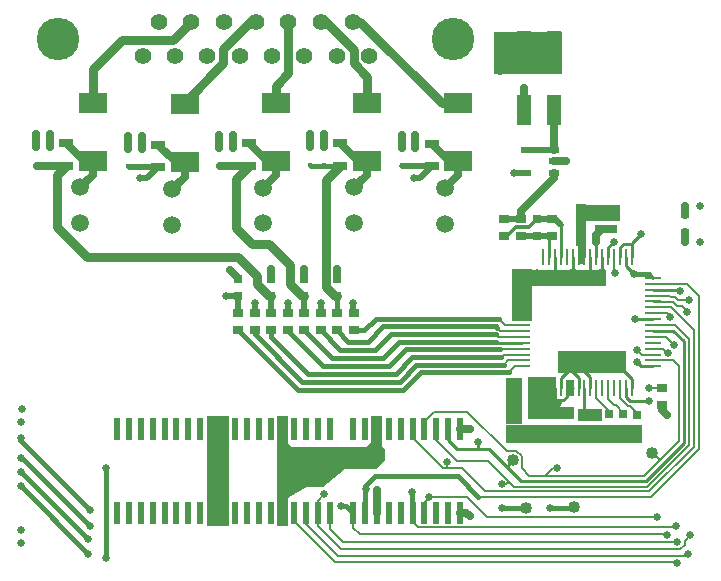
<source format=gtl>
%FSLAX25Y25*%
%MOIN*%
G70*
G01*
G75*
G04 Layer_Physical_Order=1*
G04 Layer_Color=255*
%ADD10R,0.03150X0.03150*%
%ADD11O,0.00984X0.05906*%
%ADD12O,0.05906X0.00984*%
%ADD13R,0.03543X0.02559*%
%ADD14R,0.01575X0.01378*%
%ADD15R,0.09449X0.06693*%
%ADD16R,0.04528X0.02756*%
%ADD17R,0.03150X0.02362*%
%ADD18R,0.03543X0.02362*%
%ADD19R,0.05000X0.10000*%
%ADD20C,0.04000*%
%ADD21R,0.02400X0.07400*%
%ADD22C,0.03000*%
%ADD23C,0.00800*%
%ADD24C,0.02000*%
%ADD25C,0.01500*%
%ADD26C,0.02500*%
%ADD27C,0.01000*%
%ADD28C,0.00700*%
%ADD29C,0.01200*%
%ADD30R,0.05700X0.15400*%
%ADD31R,0.07500X0.37100*%
%ADD32R,0.06900X0.17500*%
%ADD33R,0.31800X0.05600*%
%ADD34R,0.45600X0.06300*%
%ADD35R,0.08100X0.04200*%
%ADD36R,0.09200X0.14200*%
%ADD37R,0.09400X0.04200*%
%ADD38R,0.23100X0.07700*%
%ADD39R,0.14800X0.05700*%
%ADD40R,0.03600X0.14100*%
%ADD41R,0.02200X0.05400*%
%ADD42R,0.02158X0.06200*%
%ADD43R,0.22800X0.13900*%
%ADD44C,0.05906*%
%ADD45C,0.05512*%
%ADD46C,0.14173*%
%ADD47C,0.02500*%
G36*
X361900Y323100D02*
X362800Y322300D01*
Y318400D01*
X359900Y315500D01*
X349400D01*
X342233Y309500D01*
X336700D01*
X333300Y307700D01*
X330600Y306000D01*
Y296500D01*
X326800D01*
Y333200D01*
X330500D01*
Y324300D01*
X331900Y323000D01*
X356600D01*
X358300Y324700D01*
Y333200D01*
X361900D01*
Y323100D01*
D02*
G37*
D10*
X313800Y373244D02*
D03*
Y378756D02*
D03*
X346800Y373244D02*
D03*
Y378756D02*
D03*
X335756Y373244D02*
D03*
Y378756D02*
D03*
X324900Y373244D02*
D03*
Y378756D02*
D03*
X438763Y400990D02*
D03*
Y395478D02*
D03*
X434223Y400990D02*
D03*
Y395478D02*
D03*
X446842Y333690D02*
D03*
Y328178D02*
D03*
X433442Y333790D02*
D03*
Y328278D02*
D03*
X437642Y333790D02*
D03*
Y328278D02*
D03*
X442343Y328278D02*
D03*
Y333790D02*
D03*
X429143Y333790D02*
D03*
Y328278D02*
D03*
X414843Y333734D02*
D03*
Y328222D02*
D03*
X419343Y333734D02*
D03*
Y328222D02*
D03*
X423842Y333734D02*
D03*
Y328222D02*
D03*
X413600Y398856D02*
D03*
Y393344D02*
D03*
D11*
X415579Y386384D02*
D03*
X417547D02*
D03*
X419516D02*
D03*
X421484D02*
D03*
X423453D02*
D03*
X425421D02*
D03*
X427390D02*
D03*
X429358D02*
D03*
X431327D02*
D03*
X433295D02*
D03*
X435264D02*
D03*
X437232D02*
D03*
X439201D02*
D03*
X441169D02*
D03*
X443138D02*
D03*
X445106D02*
D03*
Y342684D02*
D03*
X443138D02*
D03*
X441169D02*
D03*
X439201D02*
D03*
X437232D02*
D03*
X435264D02*
D03*
X433295D02*
D03*
X431327D02*
D03*
X429358D02*
D03*
X427390D02*
D03*
X425421D02*
D03*
X423453D02*
D03*
X421484D02*
D03*
X419516D02*
D03*
X417547D02*
D03*
X415579D02*
D03*
D12*
X452193Y379298D02*
D03*
Y377329D02*
D03*
Y375361D02*
D03*
Y373392D02*
D03*
Y371424D02*
D03*
Y369455D02*
D03*
Y367487D02*
D03*
Y365518D02*
D03*
Y363550D02*
D03*
Y361581D02*
D03*
Y359613D02*
D03*
Y357644D02*
D03*
Y355676D02*
D03*
Y353707D02*
D03*
Y351739D02*
D03*
Y349770D02*
D03*
X408492D02*
D03*
Y351739D02*
D03*
Y353707D02*
D03*
Y355676D02*
D03*
Y357644D02*
D03*
Y359613D02*
D03*
Y361581D02*
D03*
Y363550D02*
D03*
Y365518D02*
D03*
Y367487D02*
D03*
Y369455D02*
D03*
Y371424D02*
D03*
Y373392D02*
D03*
Y375361D02*
D03*
Y377329D02*
D03*
Y379298D02*
D03*
D13*
X352434Y361824D02*
D03*
Y367533D02*
D03*
X346934Y361801D02*
D03*
Y367510D02*
D03*
X341434Y361824D02*
D03*
Y367533D02*
D03*
X335934Y361824D02*
D03*
Y367533D02*
D03*
X330434Y361746D02*
D03*
Y367454D02*
D03*
X324934Y361746D02*
D03*
Y367454D02*
D03*
X319434Y361824D02*
D03*
Y367533D02*
D03*
X313934Y361824D02*
D03*
Y367533D02*
D03*
X455300Y342454D02*
D03*
Y336746D02*
D03*
X418600Y398954D02*
D03*
Y393246D02*
D03*
X402600D02*
D03*
Y398954D02*
D03*
X408300Y393246D02*
D03*
Y398954D02*
D03*
D14*
X281900Y422154D02*
D03*
Y416446D02*
D03*
X277300D02*
D03*
Y422154D02*
D03*
X373000Y422500D02*
D03*
Y416791D02*
D03*
X368400D02*
D03*
Y422500D02*
D03*
X342600Y422700D02*
D03*
Y416991D02*
D03*
X338000D02*
D03*
Y422700D02*
D03*
X312200Y422614D02*
D03*
Y416905D02*
D03*
X307600D02*
D03*
Y422614D02*
D03*
X251200Y422700D02*
D03*
Y416991D02*
D03*
X246600D02*
D03*
Y422700D02*
D03*
D15*
X296100Y437100D02*
D03*
Y417809D02*
D03*
X387200Y437446D02*
D03*
Y418154D02*
D03*
X356800Y437646D02*
D03*
Y418354D02*
D03*
X326400Y437560D02*
D03*
Y418268D02*
D03*
X265400Y437646D02*
D03*
Y418354D02*
D03*
D16*
X287300Y416160D02*
D03*
Y423640D02*
D03*
X378400Y416505D02*
D03*
Y423986D02*
D03*
X348000Y416706D02*
D03*
Y424186D02*
D03*
X317600Y416620D02*
D03*
Y424100D02*
D03*
X256600Y416706D02*
D03*
Y424186D02*
D03*
D17*
X462700Y394644D02*
D03*
Y400156D02*
D03*
D18*
X419324Y414360D02*
D03*
Y418100D02*
D03*
Y421840D02*
D03*
X409876D02*
D03*
Y414360D02*
D03*
D19*
X409300Y456648D02*
D03*
Y435152D02*
D03*
X419300D02*
D03*
Y456648D02*
D03*
D20*
X405400Y318600D02*
D03*
X451800Y320900D02*
D03*
X409900Y302700D02*
D03*
X425900Y302900D02*
D03*
D21*
X387787Y328800D02*
D03*
Y301000D02*
D03*
X383850Y328800D02*
D03*
Y301000D02*
D03*
X379913Y328800D02*
D03*
Y301000D02*
D03*
X375976Y328800D02*
D03*
Y301000D02*
D03*
X372039Y328800D02*
D03*
Y301000D02*
D03*
X368102Y328800D02*
D03*
Y301000D02*
D03*
X364165Y328800D02*
D03*
Y301000D02*
D03*
X360228Y328800D02*
D03*
Y301000D02*
D03*
X356291Y328800D02*
D03*
Y301000D02*
D03*
X352354Y328800D02*
D03*
Y301000D02*
D03*
X344480Y328800D02*
D03*
Y301000D02*
D03*
X340543Y328800D02*
D03*
Y301000D02*
D03*
X336606Y328800D02*
D03*
Y301000D02*
D03*
X332669Y328800D02*
D03*
Y301000D02*
D03*
X328732Y328800D02*
D03*
Y301000D02*
D03*
X324795Y328800D02*
D03*
Y301000D02*
D03*
X320858Y328800D02*
D03*
Y301000D02*
D03*
X316921Y328800D02*
D03*
Y301000D02*
D03*
X312984Y328800D02*
D03*
Y301000D02*
D03*
X309047Y328800D02*
D03*
Y301000D02*
D03*
X305110Y328800D02*
D03*
Y301000D02*
D03*
X301173Y328800D02*
D03*
Y301000D02*
D03*
X297236Y328800D02*
D03*
Y301000D02*
D03*
X293299Y328800D02*
D03*
Y301000D02*
D03*
X289362Y328800D02*
D03*
Y301000D02*
D03*
X285425Y328800D02*
D03*
Y301000D02*
D03*
X281488Y328800D02*
D03*
Y301000D02*
D03*
X273614Y328800D02*
D03*
Y301000D02*
D03*
X277551D02*
D03*
Y328800D02*
D03*
D22*
X317867Y464567D02*
X319843D01*
X309000Y455700D02*
X317867Y464567D01*
X309000Y450800D02*
Y455700D01*
X296100Y437900D02*
X309000Y450800D01*
X356800Y437646D02*
Y446400D01*
X352400Y450800D02*
X356800Y446400D01*
X352400Y450800D02*
Y455300D01*
X343133Y464567D02*
X352400Y455300D01*
X342219Y464567D02*
X343133D01*
X381754Y437446D02*
X387200D01*
X354633Y464567D02*
X381754Y437446D01*
X352205Y464567D02*
X354633D01*
X326400Y437560D02*
Y443400D01*
X330630Y447630D01*
Y464567D01*
X265400Y437646D02*
Y448900D01*
X275100Y458600D01*
X292301D01*
X298268Y464567D01*
X346192Y373244D02*
X346800D01*
X343125Y376311D02*
X346192Y373244D01*
X343125Y376311D02*
Y411831D01*
X348000Y416706D01*
X335148Y373244D02*
X335756D01*
X331200Y377192D02*
X335148Y373244D01*
X331200Y377192D02*
Y383700D01*
X324300Y390600D02*
X331200Y383700D01*
X318500Y390600D02*
X324300D01*
X313200Y395900D02*
X318500Y390600D01*
X313200Y395900D02*
Y412220D01*
X317600Y416620D01*
X324292Y373244D02*
X324900D01*
X320300Y377236D02*
X324292Y373244D01*
X320300Y377236D02*
Y379900D01*
X313800Y386400D02*
X320300Y379900D01*
X263400Y386400D02*
X313800D01*
X253600Y396200D02*
X263400Y386400D01*
X253600Y396200D02*
Y413705D01*
X256600Y416706D01*
X409300Y456648D02*
X419300D01*
X401352Y448700D02*
X409300Y456648D01*
X400700Y448700D02*
X401352D01*
D23*
X408400Y315900D02*
Y319843D01*
X406643Y321600D02*
X408400Y319843D01*
X404100Y347800D02*
X406070Y349770D01*
X408492D01*
X402500Y350400D02*
X403839Y351739D01*
X408492D01*
X401600Y352800D02*
X402507Y353707D01*
X408492D01*
X400200Y362600D02*
X401219Y361581D01*
X408492D01*
X400800Y365650D02*
X402900Y363550D01*
X408492D01*
X401700Y355676D02*
X408492D01*
X375400Y330884D02*
X379216Y334700D01*
X375400Y329376D02*
Y330884D01*
Y329376D02*
X375976Y328800D01*
X393900Y306400D02*
X451530D01*
X467400Y322270D01*
X450967Y308100D02*
X465800Y322933D01*
X396200Y308100D02*
X450967D01*
X388500Y315800D02*
X396200Y308100D01*
X450304Y309700D02*
X464200Y323596D01*
X405868Y309700D02*
X450304D01*
X347200Y286650D02*
X463900D01*
X336606Y297244D02*
Y299700D01*
Y297244D02*
X347200Y286650D01*
X332669Y298131D02*
X346300Y284500D01*
X460300D01*
X348950Y291250D02*
X460250D01*
X344480Y295720D02*
X348950Y291250D01*
X344480Y295720D02*
Y301000D01*
X348337Y288800D02*
X461265D01*
X462700Y290235D01*
X340543Y296595D02*
X348337Y288800D01*
X340543Y296595D02*
Y301000D01*
X352354Y295846D02*
Y301000D01*
Y295846D02*
X354400Y293800D01*
X456600D01*
X379913Y325087D02*
Y328800D01*
Y325087D02*
X386700Y318300D01*
X397268D01*
X372039Y326061D02*
X382300Y315800D01*
X372039Y298061D02*
Y301000D01*
Y298061D02*
X374000Y296100D01*
X396700Y299500D02*
X453600D01*
X390100Y306100D02*
X396700Y299500D01*
X377700Y306100D02*
X390100D01*
X375976Y304376D02*
X377700Y306100D01*
X375976Y301000D02*
Y304376D01*
X441169Y339221D02*
Y342684D01*
X443826Y336565D02*
X444414D01*
X441169Y339221D02*
X443826Y336565D01*
X444414D02*
X446842Y334136D01*
X439714Y336865D02*
X442343Y334237D01*
X439235Y336865D02*
X439714D01*
X437232Y338868D02*
X439235Y336865D01*
X437232Y338868D02*
Y342684D01*
X451800Y373400D02*
X457593D01*
X458245Y372747D01*
X459543D01*
X460490Y371800D01*
X464300D01*
X458880Y371147D02*
X460028Y370000D01*
X452469Y371147D02*
X458880D01*
X460028Y370000D02*
X462000D01*
X452193Y371424D02*
X452469Y371147D01*
X462000Y370000D02*
X464100Y367900D01*
X463471Y377329D02*
X467400Y373400D01*
X452193Y377329D02*
X463471D01*
X463600Y367900D02*
X464100D01*
X465800Y322933D02*
Y361965D01*
X452193Y369455D02*
X458310D01*
X465800Y361965D01*
X467400Y322270D02*
Y373400D01*
X462700Y291600D02*
X464600Y293500D01*
X462700Y290235D02*
Y291600D01*
X456813Y367487D02*
X457900Y366400D01*
X452193Y367487D02*
X456813D01*
X439201Y381299D02*
X439500Y381000D01*
X439201Y381299D02*
Y386384D01*
X456600Y293800D02*
X456700Y293700D01*
X452193Y355676D02*
X455424D01*
X456900Y354200D01*
X457300D01*
X452193Y351739D02*
X458961D01*
X460800Y349900D01*
X452193Y359613D02*
X456587D01*
X459300Y356900D01*
X460800Y325004D02*
Y349900D01*
X452193Y363550D02*
X459650D01*
X464200Y359000D01*
Y323596D02*
Y359000D01*
X400637Y359613D02*
X408492D01*
X399700Y360550D02*
X400637Y359613D01*
X452096Y320900D02*
X454396Y318600D01*
X449196Y313400D02*
X454396Y318600D01*
X460800Y325004D01*
X402000Y310500D02*
X403332D01*
X404200Y311368D01*
X397268Y318300D02*
X404200Y311368D01*
X405868Y309700D01*
X383400Y315800D02*
Y317900D01*
Y315800D02*
X388500D01*
X382300D02*
X383400D01*
X374000Y296100D02*
X459500D01*
X433295Y339105D02*
Y342684D01*
Y339105D02*
X437642Y334757D01*
Y333790D02*
Y334757D01*
X379216Y334700D02*
X390300D01*
X403400Y321600D01*
X406643D01*
X416200Y313400D02*
X449196D01*
X408400Y315900D02*
X410900Y313400D01*
X418850Y316050D02*
X420050D01*
X416200Y313400D02*
X418850Y316050D01*
X410900Y313400D02*
X416200D01*
X340543Y301000D02*
Y305043D01*
X342600Y307100D01*
D24*
X341400Y367567D02*
Y370934D01*
X335756Y367711D02*
Y373244D01*
X324900Y367488D02*
Y373244D01*
X313800Y367667D02*
Y373244D01*
X352300Y367533D02*
Y370934D01*
X330500Y367533D02*
Y370934D01*
X319434Y367533D02*
Y370934D01*
X428500Y348900D02*
X441916D01*
X424400D02*
X428500D01*
X413698Y393246D02*
X418600D01*
X408398Y393344D02*
X413600D01*
X402600Y398954D02*
X408300D01*
X409876Y421840D02*
X419324D01*
X415742Y333734D02*
X420243D01*
X423842D01*
X420243Y334034D02*
Y337543D01*
X309844Y373244D02*
X313800D01*
X372400Y412700D02*
X374594D01*
X378400Y416505D01*
X368686D02*
X378400D01*
X281200Y412500D02*
X283640D01*
X287300Y416160D01*
X277586D02*
X287300D01*
X405740Y414360D02*
X409876D01*
X413698Y398954D02*
X419546D01*
X421672Y396828D01*
D25*
X346800Y367643D02*
Y373244D01*
X373600Y350350D02*
X402500D01*
X373400Y350100D02*
X373600Y350300D01*
X373276Y350100D02*
X373400D01*
X345158Y352633D02*
X362133D01*
X335934Y361824D02*
X345158Y352600D01*
X313934Y361824D02*
X333858Y341900D01*
X368853D01*
X368853D02*
X374753Y347800D01*
X374753D02*
X404100D01*
X319434Y360466D02*
Y361824D01*
X324800Y359500D02*
Y361746D01*
X330300D02*
X342146Y349900D01*
Y349950D02*
X364300D01*
X400000Y362800D02*
X400200Y362600D01*
X341434Y361824D02*
X347958Y355300D01*
Y355317D02*
X359200D01*
X346831Y361801D02*
X350632Y358000D01*
Y358000D02*
X357200D01*
X352434Y361824D02*
X355924D01*
X359750Y365650D01*
Y365650D02*
X400800D01*
X387100Y313200D02*
X393900Y306400D01*
X359500Y313200D02*
X387100D01*
X356291Y309991D02*
X359500Y313200D01*
X356291Y304937D02*
Y309991D01*
X446000Y380700D02*
X450864D01*
X338286Y416706D02*
X348000D01*
X324800Y359500D02*
X337033Y347267D01*
X366367D01*
X319367Y360466D02*
X335250Y344583D01*
X367776Y344600D02*
X373276Y350100D01*
X367700Y344600D02*
X367776D01*
X367683Y344583D02*
X367700Y344600D01*
X335250Y344583D02*
X367683D01*
X362133Y352600D02*
X367533Y358000D01*
X399700D01*
X369850Y355450D02*
X401124D01*
X364300Y349900D02*
X369850Y355450D01*
X366367Y347267D02*
X371900Y352800D01*
Y352900D02*
X401600D01*
X364816Y360550D02*
X399700D01*
X359567Y355300D02*
X364816Y360550D01*
X362300Y363100D02*
X400000D01*
X357200Y358000D02*
X362300Y363100D01*
X401800Y302700D02*
X409900D01*
X417800D02*
X425700D01*
X241100Y325400D02*
X264600Y301900D01*
X241700Y319400D02*
X264400Y296700D01*
X348300Y303400D02*
X349954D01*
X352354Y301000D01*
X241500Y314700D02*
X264000Y292200D01*
X269800Y285900D02*
Y315800D01*
X371900Y301139D02*
Y308000D01*
X241500Y309800D02*
X263900Y287400D01*
X263850Y287350D02*
X263900Y287300D01*
D26*
X296100Y413060D02*
Y417809D01*
X291900Y408860D02*
X296100Y413060D01*
X326400Y413520D02*
Y418268D01*
X322200Y409320D02*
X326400Y413520D01*
X356700Y418254D02*
X356800Y418354D01*
X356700Y413506D02*
Y418254D01*
X352600Y409406D02*
X356700Y413506D01*
X387200Y413406D02*
Y418154D01*
X383000Y409205D02*
X387200Y413406D01*
X378400Y423986D02*
X384231Y418154D01*
X387200D01*
X348000Y424186D02*
X353832Y418354D01*
X356800D01*
X317600Y424100D02*
X323431Y418268D01*
X326400D01*
X287300Y423640D02*
X293131Y417809D01*
X296100D01*
X261200Y409406D02*
X265400Y413605D01*
Y418354D01*
X256600Y424186D02*
X262432Y418354D01*
X265400D01*
X328732Y323132D02*
Y328800D01*
X387787D02*
X391100D01*
X360200Y323200D02*
X360228Y323228D01*
Y328800D01*
X390000Y301000D02*
X391100Y299900D01*
X387787Y301000D02*
X390000D01*
X360200Y308700D02*
X360228Y308672D01*
Y301000D02*
Y308672D01*
X433300Y391300D02*
Y393500D01*
X434223Y394423D01*
Y395478D01*
X438763D01*
X419343Y328222D02*
X446798D01*
X429143Y333790D02*
X433442D01*
X307886Y416620D02*
X317600D01*
X246886Y416706D02*
X256600D01*
X313800Y378756D02*
Y379200D01*
X311100Y381900D02*
X313800Y379200D01*
X324900Y378756D02*
Y382200D01*
X335756Y378756D02*
Y382200D01*
X346800Y378756D02*
Y382200D01*
X408300Y398954D02*
Y401700D01*
X419324Y412724D01*
Y414360D01*
Y421840D02*
Y435128D01*
X419300Y435152D02*
X419324Y435128D01*
X462700Y391300D02*
Y394644D01*
Y400156D02*
Y403300D01*
X455300Y335100D02*
Y336746D01*
Y335100D02*
X456800Y333600D01*
X368400Y422500D02*
Y426800D01*
X373000Y422600D02*
Y426900D01*
X342600Y422800D02*
Y427100D01*
X338000Y422800D02*
Y427100D01*
X312200Y422700D02*
Y427000D01*
X307600Y422600D02*
Y426900D01*
X281800Y422200D02*
Y426500D01*
X277300Y422200D02*
Y426500D01*
X251200Y422800D02*
Y427100D01*
X246600Y422800D02*
Y427100D01*
X409300Y435152D02*
Y442600D01*
X419324Y418100D02*
X423200D01*
X434223Y400990D02*
X438763D01*
X430590D02*
X434223D01*
X428600Y399000D02*
X430590Y400990D01*
X428600Y393500D02*
Y399000D01*
X411222Y328222D02*
X414843D01*
X410900Y328544D02*
X411222Y328222D01*
X415742D02*
X419343D01*
D27*
X462500Y324300D02*
Y358100D01*
X449850Y311650D02*
X462500Y324300D01*
X408150Y311650D02*
X449850D01*
X460300Y284100D02*
Y284500D01*
X383850Y325150D02*
X386862Y322137D01*
X383850Y325150D02*
Y328650D01*
X445106Y386384D02*
Y390906D01*
X441169Y389411D02*
X442395Y390637D01*
X441169Y386384D02*
Y389411D01*
X442395Y390637D02*
X444837D01*
X419516Y381016D02*
Y386384D01*
X425421Y381121D02*
Y386384D01*
X435264Y381164D02*
Y386384D01*
X431327Y381027D02*
Y386384D01*
X433300Y386389D02*
Y391300D01*
X437232Y389432D02*
X439200Y391400D01*
X437232Y386384D02*
Y389432D01*
X427390Y386384D02*
Y392290D01*
X428600Y393500D01*
X429358Y392742D01*
Y386384D02*
Y392742D01*
X445106Y390906D02*
X448200Y394000D01*
X446100Y365500D02*
X446118Y365518D01*
X452193D01*
X446700Y351200D02*
X448130Y349770D01*
X452193D01*
X444395Y338400D02*
X450900D01*
X443306Y339488D02*
X444395Y338400D01*
X460739Y375361D02*
X461300Y374800D01*
X452193Y375361D02*
X460739D01*
X429358Y334306D02*
Y342684D01*
X443306Y339488D02*
Y342515D01*
X443138Y342684D02*
X443306Y342515D01*
X452193Y361581D02*
X459019D01*
X462500Y358100D01*
X427390Y342684D02*
Y345910D01*
X421500Y342699D02*
Y346000D01*
X421484Y342684D02*
X421500Y342699D01*
X428500Y348900D02*
X431327Y346073D01*
Y342684D02*
Y346073D01*
X445106Y342684D02*
Y345710D01*
X441916Y348900D02*
X445106Y345710D01*
X421500Y346000D02*
X424400Y348900D01*
X427390Y345910D01*
X421484Y386384D02*
Y390516D01*
X402600Y393246D02*
X403410D01*
X402600Y398484D02*
Y398954D01*
X421484Y390516D02*
X421672Y390703D01*
X417547Y386384D02*
Y393000D01*
X450864Y380700D02*
X452193Y379371D01*
X443138Y386384D02*
X443314Y386208D01*
Y383181D02*
Y386208D01*
Y383181D02*
X445795Y380700D01*
X446000D01*
X419516Y338269D02*
Y342684D01*
X415579D02*
X417547D01*
X419516D01*
X420400Y337700D02*
X421131Y338431D01*
X422227D01*
X423453Y339657D01*
Y342684D01*
X425421D01*
X400056Y357644D02*
X408492D01*
X403694Y316894D02*
X405400Y318600D01*
X397662Y322137D02*
X408150Y311650D01*
X421672Y390703D02*
Y396828D01*
X393700Y322137D02*
Y324700D01*
X386862Y322137D02*
X393700D01*
X397662D01*
D28*
X455254Y342500D02*
X455300Y342454D01*
X451000Y342500D02*
X455254D01*
X446800Y355300D02*
X448393Y353707D01*
X452193D01*
D29*
X403410Y393246D02*
X406365Y396200D01*
X410944D01*
X413600Y398856D01*
D30*
X405850Y338100D02*
D03*
D31*
X307150Y314850D02*
D03*
D32*
X408550Y373450D02*
D03*
D33*
X421000Y379400D02*
D03*
D34*
X425800Y327250D02*
D03*
D35*
X431150Y333500D02*
D03*
D36*
X415100Y339100D02*
D03*
D37*
X421300Y334200D02*
D03*
D38*
X431750Y351250D02*
D03*
D39*
X433900Y401050D02*
D03*
D40*
X428300Y396850D02*
D03*
D41*
X424400Y342600D02*
D03*
D42*
X428279Y387000D02*
D03*
D43*
X410500Y454350D02*
D03*
D44*
X291900Y408860D02*
D03*
Y397049D02*
D03*
X383000Y409205D02*
D03*
Y397394D02*
D03*
X352600Y409406D02*
D03*
Y397594D02*
D03*
X322200Y409320D02*
D03*
Y397509D02*
D03*
X261200Y409406D02*
D03*
Y397594D02*
D03*
D45*
X282087Y453386D02*
D03*
X292874D02*
D03*
X303661D02*
D03*
X314449D02*
D03*
X357598D02*
D03*
X346811D02*
D03*
X336024D02*
D03*
X325236D02*
D03*
X287480Y464567D02*
D03*
X298268D02*
D03*
X309055D02*
D03*
X352205D02*
D03*
X341417D02*
D03*
X330630D02*
D03*
X319843D02*
D03*
D46*
X385689Y458976D02*
D03*
X253957D02*
D03*
D47*
X405800Y340200D02*
D03*
Y344300D02*
D03*
X412000Y341900D02*
D03*
X352300Y370934D02*
D03*
X341400D02*
D03*
X330500D02*
D03*
X319434D02*
D03*
X307300Y316000D02*
D03*
X305200Y322900D02*
D03*
X309200D02*
D03*
X305200Y307600D02*
D03*
X309200D02*
D03*
X328700Y307700D02*
D03*
X329000Y322100D02*
D03*
X391100Y328800D02*
D03*
X360200Y323200D02*
D03*
X391100Y299900D02*
D03*
X360228Y308672D02*
D03*
X460300Y284100D02*
D03*
X451000Y342500D02*
D03*
X446800Y355300D02*
D03*
X441200Y348900D02*
D03*
X439200Y391400D02*
D03*
X428600Y393500D02*
D03*
X448200Y394000D02*
D03*
X446118Y365518D02*
D03*
X446700Y351200D02*
D03*
X461300Y374800D02*
D03*
X464300Y371800D02*
D03*
X463600Y367900D02*
D03*
X463900Y287200D02*
D03*
X464600Y293500D02*
D03*
X457900Y366400D02*
D03*
X460250Y291250D02*
D03*
X439500Y381000D02*
D03*
X453600Y299500D02*
D03*
X457300Y354200D02*
D03*
X456700Y293700D02*
D03*
X459300Y356900D02*
D03*
X460000Y296600D02*
D03*
X450900Y338400D02*
D03*
X428900Y348900D02*
D03*
X400700Y448700D02*
D03*
X419500Y381000D02*
D03*
X431300D02*
D03*
X435200Y381100D02*
D03*
X425400D02*
D03*
X446000Y380700D02*
D03*
X420400Y337700D02*
D03*
X311100Y381900D02*
D03*
X324900Y382200D02*
D03*
X346800D02*
D03*
X335756D02*
D03*
X309844Y373244D02*
D03*
X372400Y412700D02*
D03*
X281200Y412500D02*
D03*
X405740Y414360D02*
D03*
X462700Y391300D02*
D03*
Y403300D02*
D03*
X456800Y333600D02*
D03*
X467900Y391100D02*
D03*
Y403100D02*
D03*
X373000Y426900D02*
D03*
X368400Y426800D02*
D03*
X342600Y427100D02*
D03*
X338000D02*
D03*
X312200Y427000D02*
D03*
X307600Y426900D02*
D03*
X281800Y426500D02*
D03*
X277300D02*
D03*
X251200Y427100D02*
D03*
X246600D02*
D03*
X409300Y442600D02*
D03*
X423200Y418100D02*
D03*
X402000Y310500D02*
D03*
X401700Y302600D02*
D03*
X417800Y302700D02*
D03*
X383400Y317900D02*
D03*
X413400Y380900D02*
D03*
X410900Y328544D02*
D03*
X414900Y337600D02*
D03*
X338500Y315100D02*
D03*
X393700Y324700D02*
D03*
X420050Y316050D02*
D03*
X269800Y315800D02*
D03*
X342600Y307100D02*
D03*
X241500Y325800D02*
D03*
X264600Y301900D02*
D03*
X356400Y308900D02*
D03*
X241500Y319400D02*
D03*
Y314700D02*
D03*
Y309800D02*
D03*
X264400Y296700D02*
D03*
X348300Y303400D02*
D03*
X264000Y292200D02*
D03*
X269800Y285900D02*
D03*
X371900Y308000D02*
D03*
X263900Y287400D02*
D03*
X377500Y306100D02*
D03*
X241700Y335700D02*
D03*
X241600Y331200D02*
D03*
X241500Y295300D02*
D03*
Y290900D02*
D03*
M02*

</source>
